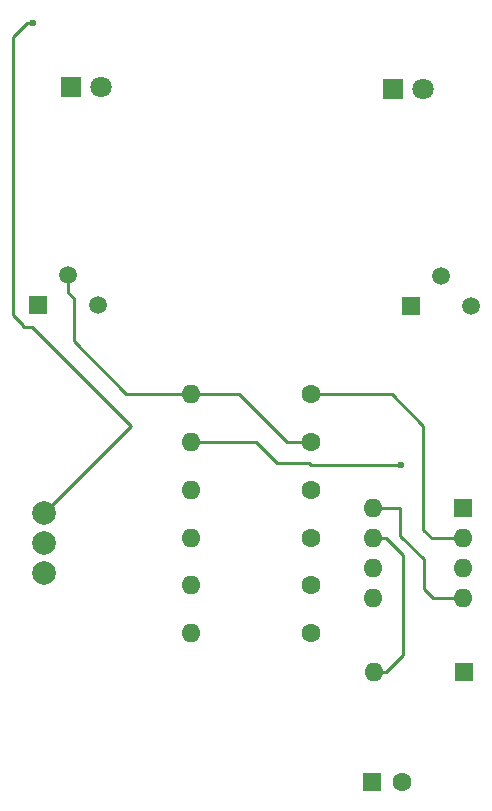
<source format=gbr>
%TF.GenerationSoftware,KiCad,Pcbnew,7.0.8*%
%TF.CreationDate,2024-09-06T18:28:13+02:00*%
%TF.ProjectId,Cow,436f772e-6b69-4636-9164-5f7063625858,rev?*%
%TF.SameCoordinates,Original*%
%TF.FileFunction,Copper,L1,Top*%
%TF.FilePolarity,Positive*%
%FSLAX46Y46*%
G04 Gerber Fmt 4.6, Leading zero omitted, Abs format (unit mm)*
G04 Created by KiCad (PCBNEW 7.0.8) date 2024-09-06 18:28:13*
%MOMM*%
%LPD*%
G01*
G04 APERTURE LIST*
%TA.AperFunction,ComponentPad*%
%ADD10R,1.800000X1.800000*%
%TD*%
%TA.AperFunction,ComponentPad*%
%ADD11C,1.800000*%
%TD*%
%TA.AperFunction,ComponentPad*%
%ADD12R,1.500000X1.500000*%
%TD*%
%TA.AperFunction,ComponentPad*%
%ADD13C,1.500000*%
%TD*%
%TA.AperFunction,ComponentPad*%
%ADD14R,1.600000X1.600000*%
%TD*%
%TA.AperFunction,ComponentPad*%
%ADD15C,1.600000*%
%TD*%
%TA.AperFunction,ComponentPad*%
%ADD16C,2.000000*%
%TD*%
%TA.AperFunction,ComponentPad*%
%ADD17O,1.600000X1.600000*%
%TD*%
%TA.AperFunction,ViaPad*%
%ADD18C,0.600000*%
%TD*%
%TA.AperFunction,Conductor*%
%ADD19C,0.250000*%
%TD*%
G04 APERTURE END LIST*
D10*
%TO.P,D2,1,K*%
%TO.N,Net-(D1-K)*%
X150175000Y-81120000D03*
D11*
%TO.P,D2,2,A*%
%TO.N,Net-(D1-A)*%
X152715000Y-81120000D03*
%TD*%
D10*
%TO.P,D1,1,K*%
%TO.N,Net-(D1-K)*%
X122900000Y-80960000D03*
D11*
%TO.P,D1,2,A*%
%TO.N,Net-(D1-A)*%
X125440000Y-80960000D03*
%TD*%
D12*
%TO.P,Q2,1,E*%
%TO.N,Net-(D1-A)*%
X151730000Y-99500000D03*
D13*
%TO.P,Q2,2,B*%
%TO.N,Net-(Q1-C)*%
X154270000Y-96960000D03*
%TO.P,Q2,3,C*%
%TO.N,Net-(Q2-C)*%
X156810000Y-99500000D03*
%TD*%
D12*
%TO.P,Q1,1,E*%
%TO.N,Net-(D1-K)*%
X120130000Y-99380000D03*
D13*
%TO.P,Q1,2,B*%
%TO.N,Net-(Q1-B)*%
X122670000Y-96840000D03*
%TO.P,Q1,3,C*%
%TO.N,Net-(Q1-C)*%
X125210000Y-99380000D03*
%TD*%
D14*
%TO.P,C1,1*%
%TO.N,Net-(D3-K)*%
X148410000Y-139800000D03*
D15*
%TO.P,C1,2*%
%TO.N,Net-(D1-K)*%
X150910000Y-139800000D03*
%TD*%
D16*
%TO.P,S1,1,A*%
%TO.N,Net-(S1-A-Pad1)*%
X120620000Y-117030000D03*
%TO.P,S1,2,E*%
%TO.N,Net-(S1-E)*%
X120620000Y-119570000D03*
%TO.P,S1,3,A*%
%TO.N,unconnected-(S1-A-Pad3)*%
X120620000Y-122110000D03*
%TD*%
D15*
%TO.P,R3,1*%
%TO.N,Net-(D3-K)*%
X143260000Y-106930000D03*
D17*
%TO.P,R3,2*%
%TO.N,Net-(Q1-B)*%
X133100000Y-106930000D03*
%TD*%
D15*
%TO.P,R7,1*%
%TO.N,Net-(D3-K)*%
X143260000Y-123130000D03*
D17*
%TO.P,R7,2*%
%TO.N,Net-(D3-A)*%
X133100000Y-123130000D03*
%TD*%
D14*
%TO.P,U1,1,GND*%
%TO.N,Net-(D1-K)*%
X156120000Y-116620000D03*
D17*
%TO.P,U1,2,TR*%
%TO.N,Net-(D3-K)*%
X156120000Y-119160000D03*
%TO.P,U1,3,Q*%
%TO.N,unconnected-(U1-Q-Pad3)*%
X156120000Y-121700000D03*
%TO.P,U1,4,R*%
%TO.N,Net-(S1-E)*%
X156120000Y-124240000D03*
%TO.P,U1,5,CV*%
%TO.N,unconnected-(U1-CV-Pad5)*%
X148500000Y-124240000D03*
%TO.P,U1,6,THR*%
%TO.N,Net-(D3-K)*%
X148500000Y-121700000D03*
%TO.P,U1,7,DIS*%
%TO.N,Net-(D3-A)*%
X148500000Y-119160000D03*
%TO.P,U1,8,VCC*%
%TO.N,Net-(S1-E)*%
X148500000Y-116620000D03*
%TD*%
D15*
%TO.P,R6,1*%
%TO.N,Net-(S1-E)*%
X143260000Y-119080000D03*
D17*
%TO.P,R6,2*%
%TO.N,Net-(Q2-C)*%
X133100000Y-119080000D03*
%TD*%
D15*
%TO.P,R1off1,1*%
%TO.N,Net-(S1-E)*%
X143260000Y-127180000D03*
D17*
%TO.P,R1off1,2*%
%TO.N,Net-(D3-A)*%
X133100000Y-127180000D03*
%TD*%
D15*
%TO.P,R4,1*%
%TO.N,Net-(Q1-B)*%
X143260000Y-110980000D03*
D17*
%TO.P,R4,2*%
%TO.N,Net-(D1-K)*%
X133100000Y-110980000D03*
%TD*%
D14*
%TO.P,D3,1,K*%
%TO.N,Net-(D3-K)*%
X156160000Y-130450000D03*
D17*
%TO.P,D3,2,A*%
%TO.N,Net-(D3-A)*%
X148540000Y-130450000D03*
%TD*%
D15*
%TO.P,R5,1*%
%TO.N,Net-(S1-E)*%
X143260000Y-115030000D03*
D17*
%TO.P,R5,2*%
%TO.N,Net-(Q1-C)*%
X133100000Y-115030000D03*
%TD*%
D18*
%TO.N,Net-(D1-K)*%
X150870000Y-112940000D03*
%TO.N,Net-(S1-A-Pad1)*%
X119680000Y-75480000D03*
%TD*%
D19*
%TO.N,Net-(D3-K)*%
X143260000Y-106930000D02*
X150050000Y-106930000D01*
X150050000Y-106930000D02*
X152720000Y-109600000D01*
X152720000Y-118440000D02*
X153440000Y-119160000D01*
X152720000Y-109600000D02*
X152720000Y-118440000D01*
X153440000Y-119160000D02*
X156120000Y-119160000D01*
%TO.N,Net-(D1-K)*%
X138580000Y-110980000D02*
X140370000Y-112770000D01*
X143066122Y-112770000D02*
X143236122Y-112940000D01*
X143236122Y-112940000D02*
X150870000Y-112940000D01*
X133100000Y-110980000D02*
X138580000Y-110980000D01*
X140370000Y-112770000D02*
X143066122Y-112770000D01*
%TO.N,Net-(D3-A)*%
X151020000Y-129050000D02*
X149620000Y-130450000D01*
X148500000Y-119160000D02*
X149610000Y-119160000D01*
X149610000Y-119160000D02*
X151020000Y-120570000D01*
X151020000Y-120570000D02*
X151020000Y-129050000D01*
X149620000Y-130450000D02*
X148540000Y-130450000D01*
%TO.N,Net-(Q1-B)*%
X123130000Y-98813610D02*
X123130000Y-102450000D01*
X141190000Y-110980000D02*
X137140000Y-106930000D01*
X143260000Y-110980000D02*
X141190000Y-110980000D01*
X123130000Y-102450000D02*
X127610000Y-106930000D01*
X122670000Y-98353610D02*
X123130000Y-98813610D01*
X137140000Y-106930000D02*
X133100000Y-106930000D01*
X122670000Y-96840000D02*
X122670000Y-98353610D01*
X127610000Y-106930000D02*
X133100000Y-106930000D01*
%TO.N,Net-(S1-E)*%
X153590000Y-124240000D02*
X156120000Y-124240000D01*
X152770000Y-120900000D02*
X152770000Y-123420000D01*
X148500000Y-116620000D02*
X150790000Y-116620000D01*
X152770000Y-123420000D02*
X153590000Y-124240000D01*
X150790000Y-118920000D02*
X152770000Y-120900000D01*
X150790000Y-116620000D02*
X150790000Y-118920000D01*
%TO.N,Net-(S1-A-Pad1)*%
X118880000Y-101250000D02*
X118880000Y-101070000D01*
X118020000Y-100210000D02*
X118020000Y-76680000D01*
X118880000Y-101070000D02*
X118020000Y-100210000D01*
X119220000Y-75480000D02*
X119680000Y-75480000D01*
X118020000Y-76680000D02*
X119220000Y-75480000D01*
X120620000Y-117030000D02*
X128020000Y-109630000D01*
X119640000Y-101250000D02*
X118880000Y-101250000D01*
X128020000Y-109630000D02*
X119640000Y-101250000D01*
%TD*%
M02*

</source>
